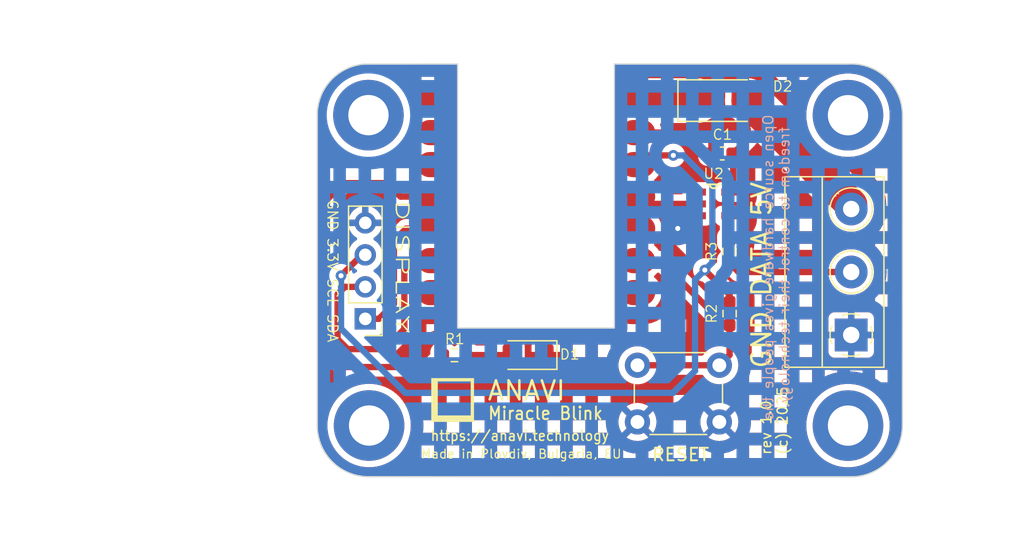
<source format=kicad_pcb>
(kicad_pcb (version 20240108) (generator "pcbnew") (generator_version "8.0")
  (title_block (title "ANAVI Miracle Emitter") (date "2024-01-21") (rev "1.0") (company "ANAVI Technology Ltd."))
  (layers (0 "F.Cu" signal) (31 "B.Cu" signal) (34 "B.Paste" user) (35 "F.Paste" user) (36 "B.SilkS" user "B.Silkscreen") (37 "F.SilkS" user "F.Silkscreen") (38 "B.Mask" user) (39 "F.Mask" user) (44 "Edge.Cuts" user))
  (net 0 "")
  (net 1 "GND")
  (net 2 "Net-(D1-A)")
  (net 3 "Net-(D2-K)")
  (net 4 "Net-(J4-Pin_1)")
  (net 5 "+3V3")
  (net 6 "Net-(J4-Pin_2)")
  (net 7 "Net-(J7-Pin_2)")
  (net 8 "Net-(U1-PA11_A3_D3)")
  (net 9 "+5V")
  (net 10 "Net-(U1-PA7_A8_D8_SCK)")
  (net 11 "Net-(U2-Y)")
  (net 15 "Net-(U1-PA6_A10_D10_MOSI)")
  (footprint "Resistor_SMD:R_0603_1608Metric_Pad0.98x0.95mm_HandSolder" (layer "F.Cu") (at 164.592 52.832 90)
    (property "Reference" "R2" (at 0 -1.43 90) (layer "F.SilkS") (effects (font (size 0.8 0.8) (thickness 0.1))))
    (property "Value" "2K")
    (fp_line (start -0.254724 -0.5225) (end 0.254724 -0.5225) (stroke (width 0.12)) (layer "F.SilkS"))
    (fp_line (start -0.254724 0.5225) (end 0.254724 0.5225) (stroke (width 0.12)) (layer "F.SilkS"))
    (pad "1" smd roundrect (at -0.9125 0 90) (size 0.975 0.95) (layers "F.Cu" "F.Paste" "F.Mask") (net 10 "Net-(U1-PA7_A8_D8_SCK)"))
    (pad "2" smd roundrect (at 0.9125 0 90) (size 0.975 0.95) (layers "F.Cu" "F.Paste" "F.Mask") (net 5 "+3V3"))
  )
  (footprint "SOT95P280X145-5N:SOT95P280X145-5N" (layer "F.Cu") (at 163.322 44.125)
    (property "Reference" "U2" (at 0.003 -2.4 0) (layer "F.SilkS") (effects (font (size 0.8 0.8) (thickness 0.1))))
    (property "Value" "74LVC1G17W5-7")
    (fp_line (start -0.3048 -1.5494) (end -0.5588 -1.5494) (stroke (width 0.1524)) (layer "F.SilkS"))
    (fp_line (start 0.3048 -1.5494) (end -0.3048 -1.5494) (stroke (width 0.1524)) (layer "F.SilkS"))
    (fp_line (start 0.5588 -1.5494) (end 0.3048 -1.5494) (stroke (width 0.1524)) (layer "F.SilkS"))
    (fp_arc (start 0.3048 -1.5494) (mid 0 -1.2446) (end -0.3048 -1.5494) (stroke (width 0.1524)) (layer "F.SilkS"))
    (pad "1" smd rect (at -1.27 -0.9398) (size 1.3208 0.5588) (layers "F.Cu" "F.Paste" "F.Mask"))
    (pad "2" smd rect (at -1.27 0) (size 1.3208 0.5588) (layers "F.Cu" "F.Paste" "F.Mask") (net 15 "Net-(U1-PA6_A10_D10_MOSI)"))
    (pad "3" smd rect (at -1.27 0.9398) (size 1.3208 0.5588) (layers "F.Cu" "F.Paste" "F.Mask") (net 1 "GND"))
    (pad "4" smd rect (at 1.27 0.9398) (size 1.3208 0.5588) (layers "F.Cu" "F.Paste" "F.Mask") (net 11 "Net-(U2-Y)"))
    (pad "5" smd rect (at 1.27 -0.9398) (size 1.3208 0.5588) (layers "F.Cu" "F.Paste" "F.Mask") (net 9 "+5V"))
  )
  (footprint "Resistor_SMD:R_0603_1608Metric_Pad0.98x0.95mm_HandSolder" (layer "F.Cu") (at 142.75 56.125)
    (property "Reference" "R1" (at 0.025 -1.275 0) (layer "F.SilkS") (effects (font (size 0.8 0.8) (thickness 0.1))))
    (property "Value" "68R")
    (fp_line (start -0.254724 -0.5225) (end 0.254724 -0.5225) (stroke (width 0.12)) (layer "F.SilkS"))
    (fp_line (start -0.254724 0.5225) (end 0.254724 0.5225) (stroke (width 0.12)) (layer "F.SilkS"))
    (pad "1" smd roundrect (at -0.9125 0) (size 0.975 0.95) (layers "F.Cu" "F.Paste" "F.Mask") (net 8 "Net-(U1-PA11_A3_D3)"))
    (pad "2" smd roundrect (at 0.9125 0) (size 0.975 0.95) (layers "F.Cu" "F.Paste" "F.Mask") (net 2 "Net-(D1-A)"))
  )
  (footprint "MountingHole:MountingHole_3.2mm_M3_DIN965_Pad" (layer "F.Cu") (at 135.976118 61.716682)
    (property "Reference" "REF**" (hide yes))
    (property "Value" "MountingHole_3.2mm_M3_DIN965_Pad" (hide yes))
    (pad "4" thru_hole circle (at 0 0) (size 5.6 5.6) (drill 3.2) (layers "*.Cu" "*.Mask" "In1.Cu" "In2.Cu" "In3.Cu" "In4.Cu" "In5.Cu" "In6.Cu" "In7.Cu" "In8.Cu" "In9.Cu" "In10.Cu" "In11.Cu" "In12.Cu" "In13.Cu" "In14.Cu" "In15.Cu" "In16.Cu" "In17.Cu" "In18.Cu" "In19.Cu" "In20.Cu" "In21.Cu" "In22.Cu" "In23.Cu" "In24.Cu" "In25.Cu" "In26.Cu" "In27.Cu" "In28.Cu" "In29.Cu" "In30.Cu"))
  )
  (footprint "xiao ESP32C3_PCB:MOUDLE14P-SMD-2.54-21X17.8MM" (layer "F.Cu") (at 140.314 54.04525)
    (property "Reference" "U1" (hide yes))
    (property "Value" "MOUDLE-SEEEDUINO-XIAO-ESP32C3")
    (pad "1" smd roundrect (at 0.835 -18.12) (size 2.75 2) (layers "F.Cu" "F.Paste" "F.Mask") (roundrect_rratio 0.5))
    (pad "2" smd roundrect (at 0.835 -15.58) (size 2.75 2) (layers "F.Cu" "F.Paste" "F.Mask") (roundrect_rratio 0.5))
    (pad "3" smd roundrect (at 0.835 -13.04) (size 2.75 2) (layers "F.Cu" "F.Paste" "F.Mask") (roundrect_rratio 0.5))
    (pad "4" smd roundrect (at 0.835 -10.5) (size 2.75 2) (layers "F.Cu" "F.Paste" "F.Mask") (roundrect_rratio 0.5) (net 8 "Net-(U1-PA11_A3_D3)"))
    (pad "5" smd roundrect (at 0.835 -7.96) (size 2.75 2) (layers "F.Cu" "F.Paste" "F.Mask") (roundrect_rratio 0.5) (net 4 "Net-(J4-Pin_1)"))
    (pad "6" smd roundrect (at 0.835 -5.42) (size 2.75 2) (layers "F.Cu" "F.Paste" "F.Mask") (roundrect_rratio 0.5) (net 6 "Net-(J4-Pin_2)"))
    (pad "7" smd roundrect (at 0.835 -2.88) (size 2.75 2) (layers "F.Cu" "F.Paste" "F.Mask") (roundrect_rratio 0.5))
    (pad "8" smd roundrect (at 17 -2.88) (size 2.75 2) (layers "F.Cu" "F.Paste" "F.Mask") (roundrect_rratio 0.5))
    (pad "9" smd roundrect (at 17 -5.42) (size 2.75 2) (layers "F.Cu" "F.Paste" "F.Mask") (roundrect_rratio 0.5) (net 10 "Net-(U1-PA7_A8_D8_SCK)"))
    (pad "10" smd roundrect (at 17 -7.96) (size 2.75 2) (layers "F.Cu" "F.Paste" "F.Mask") (roundrect_rratio 0.5))
    (pad "11" smd roundrect (at 17 -10.5) (size 2.75 2) (layers "F.Cu" "F.Paste" "F.Mask") (roundrect_rratio 0.5) (net 15 "Net-(U1-PA6_A10_D10_MOSI)"))
    (pad "12" smd roundrect (at 17 -13.04) (size 2.75 2) (layers "F.Cu" "F.Paste" "F.Mask") (roundrect_rratio 0.5) (net 5 "+3V3"))
    (pad "13" smd roundrect (at 17 -15.58) (size 2.75 2) (layers "F.Cu" "F.Paste" "F.Mask") (roundrect_rratio 0.5) (net 1 "GND"))
    (pad "14" smd roundrect (at 17 -18.12) (size 2.75 2) (layers "F.Cu" "F.Paste" "F.Mask") (roundrect_rratio 0.5) (net 3 "Net-(D2-K)"))
    (zone (net 0) (net_name "") (layer "F.Cu") (connect_pads (clearance 0)) (min_thickness 0.01)
      (keepout (tracks not_allowed) (vias not_allowed) (pads not_allowed) (copperpour not_allowed) (footprints allowed))
      (fill (thermal_gap 0.508) (thermal_bridge_width 0.508))
      (polygon (pts (xy 143.2985 41.28175) (xy 146.2195 41.28175) (xy 146.2195 43.31375) (xy 143.2985 43.31375)))
    )
    (zone (net 0) (net_name "") (layer "F.Cu") (connect_pads (clearance 0)) (min_thickness 0.01)
      (keepout (tracks not_allowed) (vias not_allowed) (pads not_allowed) (copperpour not_allowed) (footprints allowed))
      (fill (thermal_gap 0.508) (thermal_bridge_width 0.508))
      (polygon (pts (xy 143.997 32.96325) (xy 145.775 32.96325) (xy 145.775 35.63025) (xy 143.997 35.63025)))
    )
    (zone (net 0) (net_name "") (layer "F.Cu") (connect_pads (clearance 0)) (min_thickness 0.01)
      (keepout (tracks not_allowed) (vias not_allowed) (pads not_allowed) (copperpour not_allowed) (footprints allowed))
      (fill (thermal_gap 0.508) (thermal_bridge_width 0.508))
      (polygon (pts (xy 143.997 37.02725) (xy 145.775 37.02725) (xy 145.775 39.69425) (xy 143.997 39.69425)))
    )
    (zone (net 0) (net_name "") (layer "F.Cu") (connect_pads (clearance 0)) (min_thickness 0.01)
      (keepout (tracks not_allowed) (vias not_allowed) (pads not_allowed) (copperpour not_allowed) (footprints allowed))
      (fill (thermal_gap 0.508) (thermal_bridge_width 0.508))
      (polygon (pts (xy 146.664 33.72525) (xy 151.871 33.72525) (xy 151.871 40.71025) (xy 146.664 40.71025)))
    )
    (zone (net 0) (net_name "") (layer "F.Cu") (connect_pads (clearance 0)) (min_thickness 0.01)
      (keepout (tracks not_allowed) (vias not_allowed) (pads not_allowed) (copperpour not_allowed) (footprints allowed))
      (fill (thermal_gap 0.508) (thermal_bridge_width 0.508))
      (polygon (pts (xy 146.664 50.87025) (xy 152.379 50.87025) (xy 152.379 53.41025) (xy 146.664 53.41025)))
    )
    (zone (net 0) (net_name "") (layer "F.Cu") (connect_pads (clearance 0)) (min_thickness 0.01)
      (keepout (tracks not_allowed) (vias not_allowed) (pads not_allowed) (copperpour not_allowed) (footprints allowed))
      (fill (thermal_gap 0.508) (thermal_bridge_width 0.508))
      (polygon (pts (xy 150.093 42.74225) (xy 153.141 42.74225) (xy 153.141 45.79025) (xy 150.093 45.79025)))
    )
    (zone (net 0) (net_name "") (layer "F.Cu") (connect_pads (clearance 0)) (min_thickness 0.01)
      (keepout (tracks not_allowed) (vias not_allowed) (pads not_allowed) (copperpour not_allowed) (footprints allowed))
      (fill (thermal_gap 0.508) (thermal_bridge_width 0.508))
      (polygon (pts (xy 152.633 32.96325) (xy 154.411 32.96325) (xy 154.411 35.63025) (xy 152.633 35.63025)))
    )
    (zone (net 0) (net_name "") (layer "F.Cu") (connect_pads (clearance 0)) (min_thickness 0.01)
      (keepout (tracks not_allowed) (vias not_allowed) (pads not_allowed) (copperpour not_allowed) (footprints allowed))
      (fill (thermal_gap 0.508) (thermal_bridge_width 0.508))
      (polygon (pts (xy 152.633 37.02725) (xy 154.411 37.02725) (xy 154.411 39.69425) (xy 152.633 39.69425)))
    )
  )
  (footprint "Connector_PinHeader_2.54mm:PinHeader_1x04_P2.54mm_Vertical" (layer "F.Cu") (at 135.675 53.25 180)
    (property "Reference" "J4" (hide yes))
    (property "Value" "Conn_01x04_Female" (hide yes))
    (fp_line (start 1.33 1.27) (end 1.33 8.95) (stroke (width 0.12)) (layer "F.SilkS"))
    (fp_line (start -1.33 8.95) (end 1.33 8.95) (stroke (width 0.12)) (layer "F.SilkS"))
    (fp_line (start -1.33 1.27) (end 1.33 1.27) (stroke (width 0.12)) (layer "F.SilkS"))
    (fp_line (start -1.33 1.27) (end -1.33 8.95) (stroke (width 0.12)) (layer "F.SilkS"))
    (fp_line (start -1.33 0) (end -1.33 -1.33) (stroke (width 0.12)) (layer "F.SilkS"))
    (fp_line (start -1.33 -1.33) (end 0 -1.33) (stroke (width 0.12)) (layer "F.SilkS"))
    (pad "1" thru_hole rect (at 0 0 180) (size 1.7 1.7) (drill 1) (layers "*.Cu" "*.Mask" "In1.Cu" "In2.Cu" "In3.Cu" "In4.Cu" "In5.Cu" "In6.Cu" "In7.Cu" "In8.Cu" "In9.Cu" "In10.Cu" "In11.Cu" "In12.Cu" "In13.Cu" "In14.Cu" "In15.Cu" "In16.Cu" "In17.Cu" "In18.Cu" "In19.Cu" "In20.Cu" "In21.Cu" "In22.Cu" "In23.Cu" "In24.Cu" "In25.Cu" "In26.Cu" "In27.Cu" "In28.Cu" "In29.Cu" "In30.Cu") (net 4 "Net-(J4-Pin_1)"))
    (pad "2" thru_hole oval (at 0 2.54 180) (size 1.7 1.7) (drill 1) (layers "*.Cu" "*.Mask" "In1.Cu" "In2.Cu" "In3.Cu" "In4.Cu" "In5.Cu" "In6.Cu" "In7.Cu" "In8.Cu" "In9.Cu" "In10.Cu" "In11.Cu" "In12.Cu" "In13.Cu" "In14.Cu" "In15.Cu" "In16.Cu" "In17.Cu" "In18.Cu" "In19.Cu" "In20.Cu" "In21.Cu" "In22.Cu" "In23.Cu" "In24.Cu" "In25.Cu" "In26.Cu" "In27.Cu" "In28.Cu" "In29.Cu" "In30.Cu") (net 6 "Net-(J4-Pin_2)"))
    (pad "3" thru_hole oval (at 0 5.08 180) (size 1.7 1.7) (drill 1) (layers "*.Cu" "*.Mask" "In1.Cu" "In2.Cu" "In3.Cu" "In4.Cu" "In5.Cu" "In6.Cu" "In7.Cu" "In8.Cu" "In9.Cu" "In10.Cu" "In11.Cu" "In12.Cu" "In13.Cu" "In14.Cu" "In15.Cu" "In16.Cu" "In17.Cu" "In18.Cu" "In19.Cu" "In20.Cu" "In21.Cu" "In22.Cu" "In23.Cu" "In24.Cu" "In25.Cu" "In26.Cu" "In27.Cu" "In28.Cu" "In29.Cu" "In30.Cu") (net 5 "+3V3"))
    (pad "4" thru_hole oval (at 0 7.62 180) (size 1.7 1.7) (drill 1) (layers "*.Cu" "*.Mask" "In1.Cu" "In2.Cu" "In3.Cu" "In4.Cu" "In5.Cu" "In6.Cu" "In7.Cu" "In8.Cu" "In9.Cu" "In10.Cu" "In11.Cu" "In12.Cu" "In13.Cu" "In14.Cu" "In15.Cu" "In16.Cu" "In17.Cu" "In18.Cu" "In19.Cu" "In20.Cu" "In21.Cu" "In22.Cu" "In23.Cu" "In24.Cu" "In25.Cu" "In26.Cu" "In27.Cu" "In28.Cu" "In29.Cu" "In30.Cu") (net 1 "GND"))
  )
  (footprint "Diode_SMD:D_SMA" (layer "F.Cu") (at 164 35.925)
    (property "Reference" "D2" (at 4.8 -1.125 0) (layer "F.SilkS") (effects (font (size 0.8 0.8) (thickness 0.1))))
    (property "Value" "D_Schottky" (hide yes))
    (fp_line (start -3.51 -1.65) (end -3.51 1.65) (stroke (width 0.12)) (layer "F.SilkS"))
    (fp_line (start -3.51 -1.65) (end 2 -1.65) (stroke (width 0.12)) (layer "F.SilkS"))
    (fp_line (start -3.51 1.65) (end 2 1.65) (stroke (width 0.12)) (layer "F.SilkS"))
    (pad "1" smd roundrect (at -2 0) (size 2.5 1.8) (layers "F.Cu" "F.Paste" "F.Mask") (roundrect_rratio 0.1388888889) (net 3 "Net-(D2-K)"))
    (pad "2" smd roundrect (at 2 0) (size 2.5 1.8) (layers "F.Cu" "F.Paste" "F.Mask") (roundrect_rratio 0.1388888889) (net 9 "+5V"))
  )
  (footprint "Button_Switch_THT:SW_PUSH_6mm_H4.3mm" (layer "F.Cu") (at 163.778 61.432 180)
    (property "Reference" "RESET" (at 3.078 -2.593 0) (layer "F.SilkS"))
    (property "Value" "SW_DIP_x01" (hide yes))
    (fp_line (start 6.75 3) (end 6.75 1.5) (stroke (width 0.12)) (layer "F.SilkS"))
    (fp_line (start 5.5 -1) (end 1 -1) (stroke (width 0.12)) (layer "F.SilkS"))
    (fp_line (start 1 5.5) (end 5.5 5.5) (stroke (width 0.12)) (layer "F.SilkS"))
    (fp_line (start -0.25 1.5) (end -0.25 3) (stroke (width 0.12)) (layer "F.SilkS"))
    (pad "1" thru_hole circle (at 0 0 270) (size 2 2) (drill 1.1) (layers "*.Cu" "*.Mask" "In1.Cu" "In2.Cu" "In3.Cu" "In4.Cu" "In5.Cu" "In6.Cu" "In7.Cu" "In8.Cu" "In9.Cu" "In10.Cu" "In11.Cu" "In12.Cu" "In13.Cu" "In14.Cu" "In15.Cu" "In16.Cu" "In17.Cu" "In18.Cu" "In19.Cu" "In20.Cu" "In21.Cu" "In22.Cu" "In23.Cu" "In24.Cu" "In25.Cu" "In26.Cu" "In27.Cu" "In28.Cu" "In29.Cu" "In30.Cu") (net 1 "GND"))
    (pad "1" thru_hole circle (at 6.5 0 270) (size 2 2) (drill 1.1) (layers "*.Cu" "*.Mask" "In1.Cu" "In2.Cu" "In3.Cu" "In4.Cu" "In5.Cu" "In6.Cu" "In7.Cu" "In8.Cu" "In9.Cu" "In10.Cu" "In11.Cu" "In12.Cu" "In13.Cu" "In14.Cu" "In15.Cu" "In16.Cu" "In17.Cu" "In18.Cu" "In19.Cu" "In20.Cu" "In21.Cu" "In22.Cu" "In23.Cu" "In24.Cu" "In25.Cu" "In26.Cu" "In27.Cu" "In28.Cu" "In29.Cu" "In30.Cu") (net 1 "GND"))
    (pad "2" thru_hole circle (at 0 4.5 270) (size 2 2) (drill 1.1) (layers "*.Cu" "*.Mask" "In1.Cu" "In2.Cu" "In3.Cu" "In4.Cu" "In5.Cu" "In6.Cu" "In7.Cu" "In8.Cu" "In9.Cu" "In10.Cu" "In11.Cu" "In12.Cu" "In13.Cu" "In14.Cu" "In15.Cu" "In16.Cu" "In17.Cu" "In18.Cu" "In19.Cu" "In20.Cu" "In21.Cu" "In22.Cu" "In23.Cu" "In24.Cu" "In25.Cu" "In26.Cu" "In27.Cu" "In28.Cu" "In29.Cu" "In30.Cu") (net 10 "Net-(U1-PA7_A8_D8_SCK)"))
    (pad "2" thru_hole circle (at 6.5 4.5 270) (size 2 2) (drill 1.1) (layers "*.Cu" "*.Mask" "In1.Cu" "In2.Cu" "In3.Cu" "In4.Cu" "In5.Cu" "In6.Cu" "In7.Cu" "In8.Cu" "In9.Cu" "In10.Cu" "In11.Cu" "In12.Cu" "In13.Cu" "In14.Cu" "In15.Cu" "In16.Cu" "In17.Cu" "In18.Cu" "In19.Cu" "In20.Cu" "In21.Cu" "In22.Cu" "In23.Cu" "In24.Cu" "In25.Cu" "In26.Cu" "In27.Cu" "In28.Cu" "In29.Cu" "In30.Cu") (net 10 "Net-(U1-PA7_A8_D8_SCK)"))
  )
  (footprint "TerminalBlock_Phoenix:TerminalBlock_Phoenix_MKDS-1,5-3_1x03_P5.00mm_Horizontal" (layer "F.Cu") (at 174.244 54.53 90)
    (property "Reference" "J7" (hide yes))
    (property "Value" "Screw_Terminal_01x03" (hide yes))
    (fp_line (start 12.56 -5.261) (end 12.56 2.6) (stroke (width 0.12)) (layer "F.SilkS"))
    (fp_line (start -2.56 -5.261) (end 12.56 -5.261) (stroke (width 0.12)) (layer "F.SilkS"))
    (fp_line (start -2.56 -5.261) (end -2.56 2.6) (stroke (width 0.12)) (layer "F.SilkS"))
    (fp_line (start -2.56 -2.301) (end 12.56 -2.301) (stroke (width 0.12)) (layer "F.SilkS"))
    (fp_line (start 11.07 -1.275) (end 11.035 -1.239) (stroke (width 0.12)) (layer "F.SilkS"))
    (fp_line (start 6.07 -1.275) (end 6.035 -1.239) (stroke (width 0.12)) (layer "F.SilkS"))
    (fp_line (start 11.275 -1.069) (end 11.228 -1.023) (stroke (width 0.12)) (layer "F.SilkS"))
    (fp_line (start 6.275 -1.069) (end 6.228 -1.023) (stroke (width 0.12)) (layer "F.SilkS"))
    (fp_line (start 8.773 1.023) (end 8.726 1.069) (stroke (width 0.12)) (layer "F.SilkS"))
    (fp_line (start 3.773 1.023) (end 3.726 1.069) (stroke (width 0.12)) (layer "F.SilkS"))
    (fp_line (start 8.966 1.239) (end 8.931 1.274) (stroke (width 0.12)) (layer "F.SilkS"))
    (fp_line (start 3.966 1.239) (end 3.931 1.274) (stroke (width 0.12)) (layer "F.SilkS"))
    (fp_line (start -2.56 2.6) (end 12.56 2.6) (stroke (width 0.12)) (layer "F.SilkS"))
    (fp_arc (start -0.683042 -1.535427) (mid 0.000524 -1.680501) (end 0.684 -1.535) (stroke (width 0.12)) (layer "F.SilkS"))
    (fp_arc (start 1.535427 -0.683042) (mid 1.680501 0.000524) (end 1.535 0.684) (stroke (width 0.12)) (layer "F.SilkS"))
    (fp_arc (start -1.535427 0.683042) (mid -1.680501 -0.000524) (end -1.535 -0.684) (stroke (width 0.12)) (layer "F.SilkS"))
    (fp_arc (start 0.683318 1.534756) (mid 0.349292 1.643288) (end 0 1.68) (stroke (width 0.12)) (layer "F.SilkS"))
    (fp_arc (start 0.028805 1.680253) (mid -0.335551 1.646659) (end -0.684 1.535) (stroke (width 0.12)) (layer "F.SilkS"))
    (fp_circle (center 10 0) (end 11.68 0) (stroke (width 0.12)) (fill none) (layer "F.SilkS"))
    (fp_circle (center 5 0) (end 6.68 0) (stroke (width 0.12)) (fill none) (layer "F.SilkS"))
    (pad "1" thru_hole rect (at 0 0 90) (size 2.6 2.6) (drill 1.3) (layers "*.Cu" "*.Mask" "In1.Cu" "In2.Cu" "In3.Cu" "In4.Cu" "In5.Cu" "In6.Cu" "In7.Cu" "In8.Cu" "In9.Cu" "In10.Cu" "In11.Cu" "In12.Cu" "In13.Cu" "In14.Cu" "In15.Cu" "In16.Cu" "In17.Cu" "In18.Cu" "In19.Cu" "In20.Cu" "In21.Cu" "In22.Cu" "In23.Cu" "In24.Cu" "In25.Cu" "In26.Cu" "In27.Cu" "In28.Cu" "In29.Cu" "In30.Cu") (net 1 "GND"))
    (pad "2" thru_hole circle (at 5 0 90) (size 2.6 2.6) (drill 1.3) (layers "*.Cu" "*.Mask" "In1.Cu" "In2.Cu" "In3.Cu" "In4.Cu" "In5.Cu" "In6.Cu" "In7.Cu" "In8.Cu" "In9.Cu" "In10.Cu" "In11.Cu" "In12.Cu" "In13.Cu" "In14.Cu" "In15.Cu" "In16.Cu" "In17.Cu" "In18.Cu" "In19.Cu" "In20.Cu" "In21.Cu" "In22.Cu" "In23.Cu" "In24.Cu" "In25.Cu" "In26.Cu" "In27.Cu" "In28.Cu" "In29.Cu" "In30.Cu") (net 7 "Net-(J7-Pin_2)"))
    (pad "3" thru_hole circle (at 10 0 90) (size 2.6 2.6) (drill 1.3) (layers "*.Cu" "*.Mask" "In1.Cu" "In2.Cu" "In3.Cu" "In4.Cu" "In5.Cu" "In6.Cu" "In7.Cu" "In8.Cu" "In9.Cu" "In10.Cu" "In11.Cu" "In12.Cu" "In13.Cu" "In14.Cu" "In15.Cu" "In16.Cu" "In17.Cu" "In18.Cu" "In19.Cu" "In20.Cu" "In21.Cu" "In22.Cu" "In23.Cu" "In24.Cu" "In25.Cu" "In26.Cu" "In27.Cu" "In28.Cu" "In29.Cu" "In30.Cu") (net 9 "+5V"))
  )
  (footprint "Capacitor_SMD:C_0603_1608Metric_Pad1.08x0.95mm_HandSolder" (layer "F.Cu") (at 164.0125 40.125 180)
    (property "Reference" "C1" (at -0.0125 1.5 0) (layer "F.SilkS") (effects (font (size 0.8 0.8) (thickness 0.1))))
    (property "Value" "100nF")
    (fp_line (start -0.146267 0.51) (end 0.146267 0.51) (stroke (width 0.12)) (layer "F.SilkS"))
    (fp_line (start -0.146267 -0.51) (end 0.146267 -0.51) (stroke (width 0.12)) (layer "F.SilkS"))
    (pad "1" smd roundrect (at -0.8625 0 180) (size 1.075 0.95) (layers "F.Cu" "F.Paste" "F.Mask") (net 9 "+5V"))
    (pad "2" smd roundrect (at 0.8625 0 180) (size 1.075 0.95) (layers "F.Cu" "F.Paste" "F.Mask") (net 1 "GND"))
  )
  (footprint "MountingHole:MountingHole_3.2mm_M3_DIN965_Pad" (layer "F.Cu") (at 135.925318 37.078682)
    (property "Reference" "REF**" (hide yes))
    (property "Value" "MountingHole_3.2mm_M3_DIN965_Pad" (hide yes))
    (pad "1" thru_hole circle (at 0 0) (size 5.6 5.6) (drill 3.2) (layers "*.Cu" "*.Mask" "In1.Cu" "In2.Cu" "In3.Cu" "In4.Cu" "In5.Cu" "In6.Cu" "In7.Cu" "In8.Cu" "In9.Cu" "In10.Cu" "In11.Cu" "In12.Cu" "In13.Cu" "In14.Cu" "In15.Cu" "In16.Cu" "In17.Cu" "In18.Cu" "In19.Cu" "In20.Cu" "In21.Cu" "In22.Cu" "In23.Cu" "In24.Cu" "In25.Cu" "In26.Cu" "In27.Cu" "In28.Cu" "In29.Cu" "In30.Cu"))
  )
  (footprint "MountingHole:MountingHole_3.2mm_M3_DIN965_Pad" (layer "F.Cu") (at 173.99 37.084)
    (property "Reference" "REF**" (hide yes))
    (property "Value" "MountingHole_3.2mm_M3_DIN965_Pad" (hide yes))
    (pad "2" thru_hole circle (at 0 0) (size 5.6 5.6) (drill 3.2) (layers "*.Cu" "*.Mask" "In1.Cu" "In2.Cu" "In3.Cu" "In4.Cu" "In5.Cu" "In6.Cu" "In7.Cu" "In8.Cu" "In9.Cu" "In10.Cu" "In11.Cu" "In12.Cu" "In13.Cu" "In14.Cu" "In15.Cu" "In16.Cu" "In17.Cu" "In18.Cu" "In19.Cu" "In20.Cu" "In21.Cu" "In22.Cu" "In23.Cu" "In24.Cu" "In25.Cu" "In26.Cu" "In27.Cu" "In28.Cu" "In29.Cu" "In30.Cu"))
  )
  (footprint "logo:anavi-logo" (layer "F.Cu") (at 142.609 59.734)
    (property "Reference" "G***" (hide yes))
    (property "Value" "LOGO" (hide yes))
    (fp_poly (pts (xy 1.693334 1.693334) (xy -1.693333 1.693334) (xy -1.693333 -1.524) (xy -1.185333 -1.524) (xy -1.185333 1.185334) (xy 1.439334 1.185334) (xy 1.439334 -1.524) (xy -1.185333 -1.524) (xy -1.693333 -1.524) (xy -1.693333 -1.778) (xy 1.693334 -1.778) (xy 1.693334 1.693334)) (stroke (width 0.01)) (fill solid) (layer "F.SilkS"))
  )
  (footprint "MountingHole:MountingHole_3.2mm_M3_DIN965_Pad" (layer "F.Cu") (at 173.99 61.722)
    (property "Reference" "REF**" (hide yes))
    (property "Value" "MountingHole_3.2mm_M3_DIN965_Pad" (hide yes))
    (pad "3" thru_hole circle (at 0 0) (size 5.6 5.6) (drill 3.2) (layers "*.Cu" "*.Mask" "In1.Cu" "In2.Cu" "In3.Cu" "In4.Cu" "In5.Cu" "In6.Cu" "In7.Cu" "In8.Cu" "In9.Cu" "In10.Cu" "In11.Cu" "In12.Cu" "In13.Cu" "In14.Cu" "In15.Cu" "In16.Cu" "In17.Cu" "In18.Cu" "In19.Cu" "In20.Cu" "In21.Cu" "In22.Cu" "In23.Cu" "In24.Cu" "In25.Cu" "In26.Cu" "In27.Cu" "In28.Cu" "In29.Cu" "In30.Cu"))
  )
  (footprint "LED_SMD:LED_1206_3216Metric" (layer "F.Cu") (at 148.6 56.125 180)
    (property "Reference" "D1" (at -3.3 0.05 360) (layer "F.SilkS") (effects (font (size 0.8 0.8) (thickness 0.1))))
    (property "Value" "LED")
    (fp_line (start 1.6 -1.135) (end -2.285 -1.135) (stroke (width 0.12)) (layer "F.SilkS"))
    (fp_line (start -2.285 1.135) (end 1.6 1.135) (stroke (width 0.12)) (layer "F.SilkS"))
    (fp_line (start -2.285 -1.135) (end -2.285 1.135) (stroke (width 0.12)) (layer "F.SilkS"))
    (pad "1" smd roundrect (at -1.4 0 180) (size 1.25 1.75) (layers "F.Cu" "F.Paste" "F.Mask") (roundrect_rratio 0.2) (net 1 "GND"))
    (pad "2" smd roundrect (at 1.4 0 180) (size 1.25 1.75) (layers "F.Cu" "F.Paste" "F.Mask") (roundrect_rratio 0.2) (net 2 "Net-(D1-A)"))
  )
  (footprint "Resistor_SMD:R_0603_1608Metric_Pad0.98x0.95mm_HandSolder" (layer "F.Cu") (at 164.575 47.9 -90)
    (property "Reference" "R3" (at 0 1.4224 90) (layer "F.SilkS") (effects (font (size 0.8 0.8) (thickness 0.1))))
    (property "Value" "330R")
    (fp_line (start -0.254724 0.5225) (end 0.254724 0.5225) (stroke (width 0.12)) (layer "F.SilkS"))
    (fp_line (start -0.254724 -0.5225) (end 0.254724 -0.5225) (stroke (width 0.12)) (layer "F.SilkS"))
    (pad "1" smd roundrect (at -0.9125 0 270) (size 0.975 0.95) (layers "F.Cu" "F.Paste" "F.Mask") (net 11 "Net-(U2-Y)"))
    (pad "2" smd roundrect (at 0.9125 0 270) (size 0.975 0.95) (layers "F.Cu" "F.Paste" "F.Mask") (net 7 "Net-(J7-Pin_2)"))
  )
  (gr_line (start 135.925 65.775) (end 174.244 65.786) (stroke (width 0.1)) (layer "Edge.Cuts"))
  (gr_line (start 143.002 53.975) (end 155.448 53.975) (stroke (width 0.1)) (layer "Edge.Cuts"))
  (gr_line (start 173.99 33.020001) (end 155.448 33.02) (stroke (width 0.1)) (layer "Edge.Cuts"))
  (gr_line (start 155.448 53.975) (end 155.448 33.02) (stroke (width 0.1)) (layer "Edge.Cuts"))
  (gr_arc (start 173.99 33.020001) (mid 177.03204 34.116267) (end 178.315929 37.084) (stroke (width 0.1)) (layer "Edge.Cuts"))
  (gr_arc (start 178.308 61.722) (mid 177.117682 64.595682) (end 174.244 65.786) (stroke (width 0.1)) (layer "Edge.Cuts"))
  (gr_arc (start 135.925 65.775) (mid 133.051318 64.584682) (end 131.861 61.711) (stroke (width 0.1)) (layer "Edge.Cuts"))
  (gr_arc (start 131.861318 37.078682) (mid 132.963364 34.29607) (end 135.671813 33.022596) (stroke (width 0.1)) (layer "Edge.Cuts"))
  (gr_line (start 178.308 61.722) (end 178.315929 37.084) (stroke (width 0.1)) (layer "Edge.Cuts"))
  (gr_line (start 135.671813 33.022596) (end 143.002 33.02) (stroke (width 0.1)) (layer "Edge.Cuts"))
  (gr_line (start 131.861 61.711) (end 131.861318 37.078682) (stroke (width 0.1)) (layer "Edge.Cuts"))
  (gr_line (start 143.002 33.02) (end 143.002 53.975) (stroke (width 0.1)) (layer "Edge.Cuts"))
  (gr_text "Open source hardware gives people the\nfreedom to control their technology." (at 168.3004 49.1744 90) (layer "B.SilkS") (effects (font (size 0.8 0.8) (thickness 0.1)) (justify mirror)))
  (gr_text "Miracle Blink" (at 149.975 60.75 0) (layer "F.SilkS") (effects (font (size 1 0.92))))
  (gr_text "rev 1.0\n(c) 2025" (at 168.148 64.1096 90) (layer "F.SilkS") (effects (font (size 0.8 0.8) (thickness 0.12)) (justify left)))
  (gr_text "https://anavi.technology" (at 147.943 62.528 0) (layer "F.SilkS") (effects (font (size 0.8 0.75) (thickness 0.12))))
  (gr_text "ANAVI" (at 148.475 58.95 0) (layer "F.SilkS") (effects (font (size 1.5 1.5) (thickness 0.2))))
  (gr_text "GND 3.3V SCL SDA" (at 133.075 49.45 270) (layer "F.SilkS") (effects (font (size 0.8 0.8) (thickness 0.1))))
  (gr_text "GND DATA 5V" (at 167.132 49.784 90) (layer "F.SilkS") (effects (font (size 1.5 1.5) (thickness 0.2))))
  (gr_text "Made in Plovdiv, Bulgaria, EU" (at 148.05 63.975 0) (layer "F.SilkS") (effects (font (size 0.7 0.7) (thickness 0.1) (bold yes))))
  (gr_text "DISPLAY" (at 138.5956 49.0968 270) (layer "F.SilkS") (effects (font (size 1 1.8) (thickness 0.12))))
  (segment (start 162.052 45.0648) (end 161.4852 45.0648) (width 0.5) (layer "F.Cu") (net 1))
  (segment (start 161.4852 45.0648) (end 160.475 46.075) (width 0.5) (layer "F.Cu") (net 1))
  (via (at 160.475 46.075) (size 0.85) (drill 0.4) (layers "F.Cu" "B.Cu") (net 1))
  (segment (start 143.6625 56.125) (end 147.2 56.125) (width 0.5) (layer "F.Cu") (net 2))
  (segment (start 157.31425 35.925) (end 157.314 35.92525) (width 2.54) (layer "F.Cu") (net 3))
  (segment (start 162 35.925) (end 157.31425 35.925) (width 2.54) (layer "F.Cu") (net 3))
  (segment (start 135.675 53.25) (end 136.75 53.25) (width 0.5) (layer "F.Cu") (net 4))
  (segment (start 137.95 47.05) (end 138.91475 46.08525) (width 0.5) (layer "F.Cu") (net 4))
  (segment (start 138.91475 46.08525) (end 141.149 46.08525) (width 0.5) (layer "F.Cu") (net 4))
  (segment (start 137.95 52.05) (end 137.95 47.05) (width 0.5) (layer "F.Cu") (net 4))
  (segment (start 136.75 53.25) (end 137.95 52.05) (width 0.5) (layer "F.Cu") (net 4))
  (segment (start 164.592 51.342) (end 162.625 49.375) (width 0.5) (layer "F.Cu") (net 5))
  (segment (start 164.592 51.9195) (end 164.592 51.342) (width 0.5) (layer "F.Cu") (net 5))
  (segment (start 160.125 40.275) (end 158.04425 40.275) (width 0.5) (layer "F.Cu") (net 5))
  (segment (start 158.04425 40.275) (end 157.314 41.00525) (width 0.5) (layer "F.Cu") (net 5))
  (segment (start 164.592 51.9195) (end 164.5195 51.9195) (width 0.5) (layer "F.Cu") (net 5))
  (segment (start 135.405 48.17) (end 133.75 49.825) (width 0.5) (layer "F.Cu") (net 5))
  (segment (start 135.675 48.17) (end 135.405 48.17) (width 0.5) (layer "F.Cu") (net 5))
  (via (at 162.625 49.375) (size 0.85) (drill 0.4) (layers "F.Cu" "B.Cu") (net 5))
  (via (at 133.75 49.825) (size 0.85) (drill 0.4) (layers "F.Cu" "B.Cu") (net 5))
  (via (at 160.125 40.275) (size 0.85) (drill 0.4) (layers "F.Cu" "B.Cu") (net 5))
  (segment (start 133.75 54.025) (end 133.75 49.825) (width 0.5) (layer "B.Cu") (net 5))
  (segment (start 162.625 49.375) (end 161.85 50.15) (width 0.5) (layer "B.Cu") (net 5))
  (segment (start 163.225 42.575) (end 163.225 48.775) (width 0.5) (layer "B.Cu") (net 5))
  (segment (start 161.85 50.15) (end 161.85 57.375) (width 0.5) (layer "B.Cu") (net 5))
  (segment (start 163.225 48.775) (end 162.625 49.375) (width 0.5) (layer "B.Cu") (net 5))
  (segment (start 160.925 40.275) (end 163.225 42.575) (width 0.5) (layer "B.Cu") (net 5))
  (segment (start 160.125 40.275) (end 160.925 40.275) (width 0.5) (layer "B.Cu") (net 5))
  (segment (start 160.1 59.125) (end 138.85 59.125) (width 0.5) (layer "B.Cu") (net 5))
  (segment (start 161.85 57.375) (end 160.1 59.125) (width 0.5) (layer "B.Cu") (net 5))
  (segment (start 138.85 59.125) (end 133.75 54.025) (width 0.5) (layer "B.Cu") (net 5))
  (segment (start 137.175 55.65) (end 138.775 54.05) (width 0.5) (layer "F.Cu") (net 6))
  (segment (start 139.47475 48.62525) (end 141.149 48.62525) (width 0.5) (layer "F.Cu") (net 6))
  (segment (start 133.475 54.85) (end 134.275 55.65) (width 0.5) (layer "F.Cu") (net 6))
  (segment (start 133.475 51.3) (end 133.475 54.85) (width 0.5) (layer "F.Cu") (net 6))
  (segment (start 134.065 50.71) (end 133.475 51.3) (width 0.5) (layer "F.Cu") (net 6))
  (segment (start 138.775 54.05) (end 138.775 49.325) (width 0.5) (layer "F.Cu") (net 6))
  (segment (start 135.675 50.71) (end 134.065 50.71) (width 0.5) (layer "F.Cu") (net 6))
  (segment (start 138.775 49.325) (end 139.47475 48.62525) (width 0.5) (layer "F.Cu") (net 6))
  (segment (start 134.275 55.65) (end 137.175 55.65) (width 0.5) (layer "F.Cu") (net 6))
  (segment (start 174.244 49.53) (end 165.2925 49.53) (width 0.5) (layer "F.Cu") (net 7))
  (segment (start 165.2925 49.53) (end 164.575 48.8125) (width 0.5) (layer "F.Cu") (net 7))
  (segment (start 141.149 43.54525) (end 138.47025 43.54525) (width 0.5) (layer "F.Cu") (net 8))
  (segment (start 132.525 43.9) (end 132.525 55.65) (width 0.5) (layer "F.Cu") (net 8))
  (segment (start 133.95 42.475) (end 132.525 43.9) (width 0.5) (layer "F.Cu") (net 8))
  (segment (start 138.47025 43.54525) (end 137.4 42.475) (width 0.5) (layer "F.Cu") (net 8))
  (segment (start 140.8875 57.075) (end 141.8375 56.125) (width 0.5) (layer "F.Cu") (net 8))
  (segment (start 132.525 55.65) (end 133.95 57.075) (width 0.5) (layer "F.Cu") (net 8))
  (segment (start 137.4 42.475) (end 133.95 42.475) (width 0.5) (layer "F.Cu") (net 8))
  (segment (start 133.95 57.075) (end 140.8875 57.075) (width 0.5) (layer "F.Cu") (net 8))
  (segment (start 164.875 40.125) (end 166.025 38.975) (width 0.5) (layer "F.Cu") (net 9))
  (segment (start 166.025 38.975) (end 166.025 38.2) (width 0.5) (layer "F.Cu") (net 9))
  (segment (start 166.025 38.2) (end 166 38.175) (width 0.5) (layer "F.Cu") (net 9))
  (segment (start 164.875 40.125) (end 164.875 42.9022) (width 0.5) (layer "F.Cu") (net 9))
  (segment (start 174.244 44.53) (end 174.244 44.169) (width 2.54) (layer "F.Cu") (net 9))
  (segment (start 174.244 44.169) (end 166 35.925) (width 2.54) (layer "F.Cu") (net 9))
  (segment (start 164.875 42.9022) (end 164.592 43.1852) (width 0.5) (layer "F.Cu") (net 9))
  (segment (start 166 38.175) (end 166 35.925) (width 0.5) (layer "F.Cu") (net 9))
  (segment (start 159.10025 48.62525) (end 164.2195 53.7445) (width 0.5) (layer "F.Cu") (net 10))
  (segment (start 157.314 48.62525) (end 159.10025 48.62525) (width 0.5) (layer "F.Cu") (net 10))
  (segment (start 164.2195 53.7445) (end 164.592 53.7445) (width 0.5) (layer "F.Cu") (net 10))
  (segment (start 164.592 56.118) (end 163.778 56.932) (width 0.5) (layer "F.Cu") (net 10))
  (segment (start 164.592 53.7445) (end 164.592 56.118) (width 0.5) (layer "F.Cu") (net 10))
  (segment (start 157.278 56.932) (end 163.778 56.932) (width 0.5) (layer "F.Cu") (net 10))
  (segment (start 164.575 46.9875) (end 164.575 45.0818) (width 0.5) (layer "F.Cu") (net 11))
  (segment (start 164.575 45.0818) (end 164.592 45.0648) (width 0.5) (layer "F.Cu") (net 11))
  (segment (start 157.314 43.54525) (end 157.89375 44.125) (width 0.5) (layer "F.Cu") (net 15))
  (segment (start 157.89375 44.125) (end 162.052 44.125) (width 0.5) (layer "F.Cu") (net 15))
  (zone (net 1) (net_name "GND") (layer "F.Cu") (connect_pads (clearance 0.508)) (min_thickness 0.254) (fill yes (mode hatch) (thermal_gap 0.508) (thermal_bridge_width 0.508) (hatch_thickness 1) (hatch_gap 1) (hatch_orientation 0) (hatch_border_algorithm hatch_thickness) (hatch_min_hole_area 0.3))
    (polygon (pts (xy 187.96 71.12) (xy 106.68 71.12) (xy 106.68 27.94) (xy 187.96 27.94)))
  )
  (zone (net 1) (net_name "GND") (layer "B.Cu") (connect_pads (clearance 0.508)) (min_thickness 0.254) (fill yes (mode hatch) (thermal_gap 0.508) (thermal_bridge_width 0.508) (hatch_thickness 1) (hatch_gap 1) (hatch_orientation 0) (hatch_border_algorithm hatch_thickness) (hatch_min_hole_area 0.3))
    (polygon (pts (xy 187.96 71.12) (xy 106.68 71.12) (xy 106.68 27.94) (xy 187.96 27.94)))
  )
)
</source>
